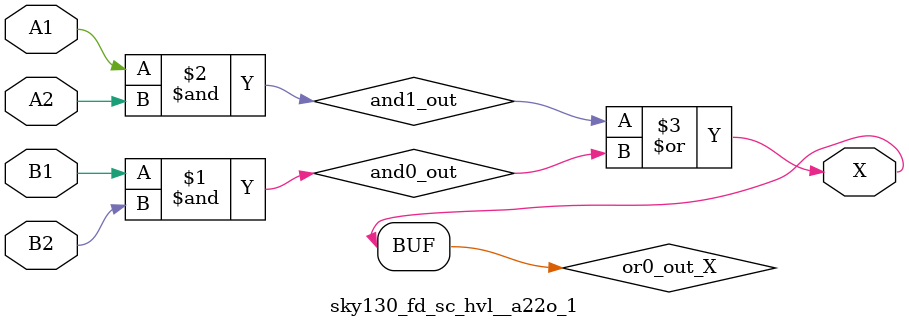
<source format=v>
/*
 * Copyright 2020 The SkyWater PDK Authors
 *
 * Licensed under the Apache License, Version 2.0 (the "License");
 * you may not use this file except in compliance with the License.
 * You may obtain a copy of the License at
 *
 *     https://www.apache.org/licenses/LICENSE-2.0
 *
 * Unless required by applicable law or agreed to in writing, software
 * distributed under the License is distributed on an "AS IS" BASIS,
 * WITHOUT WARRANTIES OR CONDITIONS OF ANY KIND, either express or implied.
 * See the License for the specific language governing permissions and
 * limitations under the License.
 *
 * SPDX-License-Identifier: Apache-2.0
*/


`ifndef SKY130_FD_SC_HVL__A22O_1_FUNCTIONAL_V
`define SKY130_FD_SC_HVL__A22O_1_FUNCTIONAL_V

/**
 * a22o: 2-input AND into both inputs of 2-input OR.
 *
 *       X = ((A1 & A2) | (B1 & B2))
 *
 * Verilog simulation functional model.
 */

`timescale 1ns / 1ps
`default_nettype none

`celldefine
module sky130_fd_sc_hvl__a22o_1 (
    X ,
    A1,
    A2,
    B1,
    B2
);

    // Module ports
    output X ;
    input  A1;
    input  A2;
    input  B1;
    input  B2;

    // Local signals
    wire and0_out ;
    wire and1_out ;
    wire or0_out_X;

    //  Name  Output     Other arguments
    and and0 (and0_out , B1, B2            );
    and and1 (and1_out , A1, A2            );
    or  or0  (or0_out_X, and1_out, and0_out);
    buf buf0 (X        , or0_out_X         );

endmodule
`endcelldefine

`default_nettype wire
`endif  // SKY130_FD_SC_HVL__A22O_1_FUNCTIONAL_V

</source>
